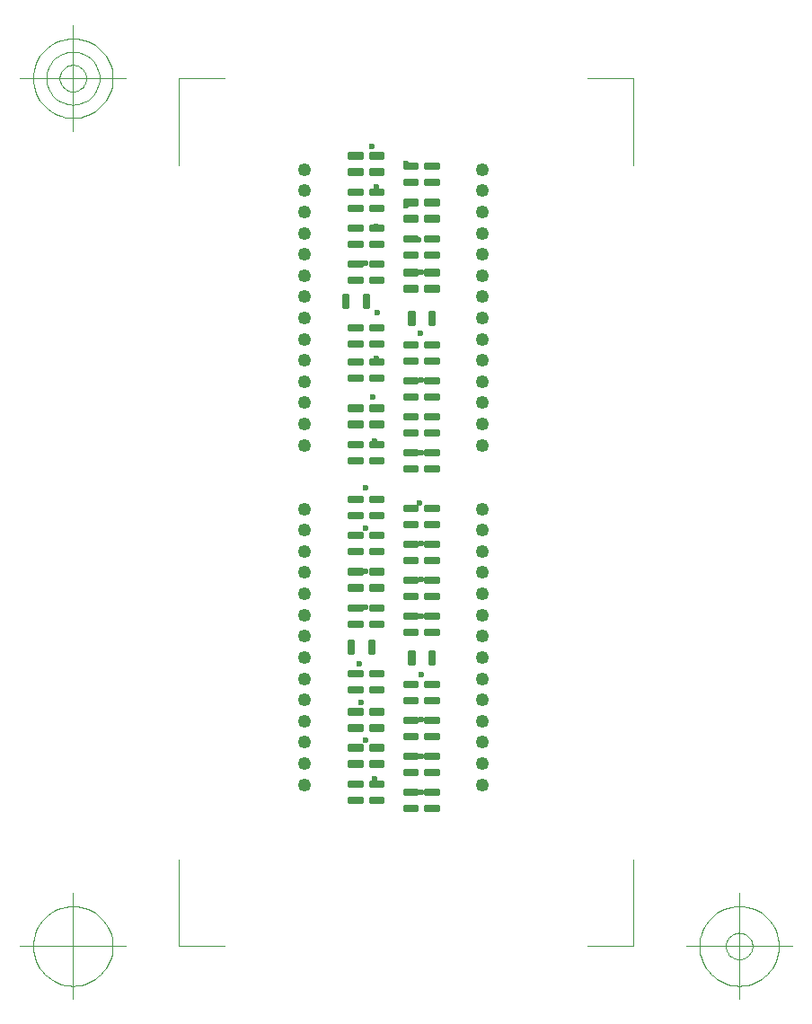
<source format=gbr>
G04 Generated by Ultiboard *
%FSLAX25Y25*%
%MOMM*%

%ADD10C,0.10000*%
%ADD11C,0.60000*%
%ADD12R,1.05867X0.27534*%
%ADD13C,0.42316*%
%ADD14C,1.25000*%
%ADD15R,0.27534X1.05867*%


%LNSolder Mask Top*%
%LPD*%
%FSLAX25Y25*%
%MOMM*%
G54D10*
X-880000Y-880000D02*
X-880000Y-62000D01*
X-880000Y-880000D02*
X-452000Y-880000D01*
X3400000Y-880000D02*
X2972000Y-880000D01*
X3400000Y-880000D02*
X3400000Y-62000D01*
X3400000Y7300000D02*
X3400000Y6482000D01*
X3400000Y7300000D02*
X2972000Y7300000D01*
X-880000Y7300000D02*
X-452000Y7300000D01*
X-880000Y7300000D02*
X-880000Y6482000D01*
X-1380000Y-880000D02*
X-2380000Y-880000D01*
X-1880000Y-1380000D02*
X-1880000Y-380000D01*
X-1505000Y-880000D02*
X-1506806Y-843244D01*
X-1506806Y-843244D02*
X-1512206Y-806841D01*
X-1512206Y-806841D02*
X-1521147Y-771143D01*
X-1521147Y-771143D02*
X-1533545Y-736494D01*
X-1533545Y-736494D02*
X-1549280Y-703226D01*
X-1549280Y-703226D02*
X-1568199Y-671661D01*
X-1568199Y-671661D02*
X-1590121Y-642103D01*
X-1590121Y-642103D02*
X-1614835Y-614835D01*
X-1614835Y-614835D02*
X-1642103Y-590121D01*
X-1642103Y-590121D02*
X-1671661Y-568199D01*
X-1671661Y-568199D02*
X-1703226Y-549280D01*
X-1703226Y-549280D02*
X-1736494Y-533545D01*
X-1736494Y-533545D02*
X-1771143Y-521147D01*
X-1771143Y-521147D02*
X-1806841Y-512206D01*
X-1806841Y-512206D02*
X-1843244Y-506806D01*
X-1843244Y-506806D02*
X-1880000Y-505000D01*
X-1880000Y-505000D02*
X-1916756Y-506806D01*
X-1916756Y-506806D02*
X-1953159Y-512206D01*
X-1953159Y-512206D02*
X-1988857Y-521147D01*
X-1988857Y-521147D02*
X-2023506Y-533545D01*
X-2023506Y-533545D02*
X-2056774Y-549280D01*
X-2056774Y-549280D02*
X-2088339Y-568199D01*
X-2088339Y-568199D02*
X-2117897Y-590121D01*
X-2117897Y-590121D02*
X-2145165Y-614835D01*
X-2145165Y-614835D02*
X-2169879Y-642103D01*
X-2169879Y-642103D02*
X-2191801Y-671661D01*
X-2191801Y-671661D02*
X-2210720Y-703226D01*
X-2210720Y-703226D02*
X-2226455Y-736494D01*
X-2226455Y-736494D02*
X-2238853Y-771143D01*
X-2238853Y-771143D02*
X-2247794Y-806841D01*
X-2247794Y-806841D02*
X-2253194Y-843244D01*
X-2253194Y-843244D02*
X-2255000Y-880000D01*
X-2255000Y-880000D02*
X-2253194Y-916756D01*
X-2253194Y-916756D02*
X-2247794Y-953159D01*
X-2247794Y-953159D02*
X-2238853Y-988857D01*
X-2238853Y-988857D02*
X-2226455Y-1023506D01*
X-2226455Y-1023506D02*
X-2210720Y-1056774D01*
X-2210720Y-1056774D02*
X-2191801Y-1088339D01*
X-2191801Y-1088339D02*
X-2169879Y-1117897D01*
X-2169879Y-1117897D02*
X-2145165Y-1145165D01*
X-2145165Y-1145165D02*
X-2117897Y-1169879D01*
X-2117897Y-1169879D02*
X-2088339Y-1191801D01*
X-2088339Y-1191801D02*
X-2056774Y-1210720D01*
X-2056774Y-1210720D02*
X-2023506Y-1226455D01*
X-2023506Y-1226455D02*
X-1988857Y-1238853D01*
X-1988857Y-1238853D02*
X-1953159Y-1247794D01*
X-1953159Y-1247794D02*
X-1916756Y-1253194D01*
X-1916756Y-1253194D02*
X-1880000Y-1255000D01*
X-1880000Y-1255000D02*
X-1843244Y-1253194D01*
X-1843244Y-1253194D02*
X-1806841Y-1247794D01*
X-1806841Y-1247794D02*
X-1771143Y-1238853D01*
X-1771143Y-1238853D02*
X-1736494Y-1226455D01*
X-1736494Y-1226455D02*
X-1703226Y-1210720D01*
X-1703226Y-1210720D02*
X-1671661Y-1191801D01*
X-1671661Y-1191801D02*
X-1642103Y-1169879D01*
X-1642103Y-1169879D02*
X-1614835Y-1145165D01*
X-1614835Y-1145165D02*
X-1590121Y-1117897D01*
X-1590121Y-1117897D02*
X-1568199Y-1088339D01*
X-1568199Y-1088339D02*
X-1549280Y-1056774D01*
X-1549280Y-1056774D02*
X-1533545Y-1023506D01*
X-1533545Y-1023506D02*
X-1521147Y-988857D01*
X-1521147Y-988857D02*
X-1512206Y-953159D01*
X-1512206Y-953159D02*
X-1506806Y-916756D01*
X-1506806Y-916756D02*
X-1505000Y-880000D01*
X3900000Y-880000D02*
X4900000Y-880000D01*
X4400000Y-1380000D02*
X4400000Y-380000D01*
X4775000Y-880000D02*
X4773194Y-843244D01*
X4773194Y-843244D02*
X4767795Y-806841D01*
X4767795Y-806841D02*
X4758853Y-771143D01*
X4758853Y-771143D02*
X4746455Y-736494D01*
X4746455Y-736494D02*
X4730721Y-703226D01*
X4730721Y-703226D02*
X4711801Y-671661D01*
X4711801Y-671661D02*
X4689879Y-642103D01*
X4689879Y-642103D02*
X4665165Y-614835D01*
X4665165Y-614835D02*
X4637898Y-590121D01*
X4637898Y-590121D02*
X4608339Y-568199D01*
X4608339Y-568199D02*
X4576774Y-549280D01*
X4576774Y-549280D02*
X4543506Y-533545D01*
X4543506Y-533545D02*
X4508857Y-521147D01*
X4508857Y-521147D02*
X4473159Y-512206D01*
X4473159Y-512206D02*
X4436757Y-506806D01*
X4436757Y-506806D02*
X4400000Y-505000D01*
X4400000Y-505000D02*
X4363244Y-506806D01*
X4363244Y-506806D02*
X4326841Y-512206D01*
X4326841Y-512206D02*
X4291143Y-521147D01*
X4291143Y-521147D02*
X4256494Y-533545D01*
X4256494Y-533545D02*
X4223226Y-549280D01*
X4223226Y-549280D02*
X4191661Y-568199D01*
X4191661Y-568199D02*
X4162103Y-590121D01*
X4162103Y-590121D02*
X4134835Y-614835D01*
X4134835Y-614835D02*
X4110121Y-642103D01*
X4110121Y-642103D02*
X4088199Y-671661D01*
X4088199Y-671661D02*
X4069280Y-703226D01*
X4069280Y-703226D02*
X4053545Y-736494D01*
X4053545Y-736494D02*
X4041148Y-771143D01*
X4041148Y-771143D02*
X4032206Y-806841D01*
X4032206Y-806841D02*
X4026806Y-843244D01*
X4026806Y-843244D02*
X4025000Y-880000D01*
X4025000Y-880000D02*
X4026806Y-916756D01*
X4026806Y-916756D02*
X4032206Y-953159D01*
X4032206Y-953159D02*
X4041148Y-988857D01*
X4041148Y-988857D02*
X4053545Y-1023506D01*
X4053545Y-1023506D02*
X4069280Y-1056774D01*
X4069280Y-1056774D02*
X4088199Y-1088339D01*
X4088199Y-1088339D02*
X4110121Y-1117897D01*
X4110121Y-1117897D02*
X4134835Y-1145165D01*
X4134835Y-1145165D02*
X4162103Y-1169879D01*
X4162103Y-1169879D02*
X4191661Y-1191801D01*
X4191661Y-1191801D02*
X4223226Y-1210720D01*
X4223226Y-1210720D02*
X4256494Y-1226455D01*
X4256494Y-1226455D02*
X4291143Y-1238853D01*
X4291143Y-1238853D02*
X4326841Y-1247794D01*
X4326841Y-1247794D02*
X4363244Y-1253194D01*
X4363244Y-1253194D02*
X4400000Y-1255000D01*
X4400000Y-1255000D02*
X4436757Y-1253194D01*
X4436757Y-1253194D02*
X4473159Y-1247794D01*
X4473159Y-1247794D02*
X4508857Y-1238853D01*
X4508857Y-1238853D02*
X4543506Y-1226455D01*
X4543506Y-1226455D02*
X4576774Y-1210720D01*
X4576774Y-1210720D02*
X4608339Y-1191801D01*
X4608339Y-1191801D02*
X4637898Y-1169879D01*
X4637898Y-1169879D02*
X4665165Y-1145165D01*
X4665165Y-1145165D02*
X4689879Y-1117897D01*
X4689879Y-1117897D02*
X4711801Y-1088339D01*
X4711801Y-1088339D02*
X4730721Y-1056774D01*
X4730721Y-1056774D02*
X4746455Y-1023506D01*
X4746455Y-1023506D02*
X4758853Y-988857D01*
X4758853Y-988857D02*
X4767795Y-953159D01*
X4767795Y-953159D02*
X4773194Y-916756D01*
X4773194Y-916756D02*
X4775000Y-880000D01*
X4525000Y-880000D02*
X4524398Y-867748D01*
X4524398Y-867748D02*
X4522598Y-855614D01*
X4522598Y-855614D02*
X4519618Y-843715D01*
X4519618Y-843715D02*
X4515485Y-832165D01*
X4515485Y-832165D02*
X4510240Y-821076D01*
X4510240Y-821076D02*
X4503934Y-810554D01*
X4503934Y-810554D02*
X4496626Y-800701D01*
X4496626Y-800701D02*
X4488388Y-791612D01*
X4488388Y-791612D02*
X4479299Y-783374D01*
X4479299Y-783374D02*
X4469446Y-776066D01*
X4469446Y-776066D02*
X4458925Y-769760D01*
X4458925Y-769760D02*
X4447836Y-764515D01*
X4447836Y-764515D02*
X4436286Y-760383D01*
X4436286Y-760383D02*
X4424386Y-757402D01*
X4424386Y-757402D02*
X4412252Y-755602D01*
X4412252Y-755602D02*
X4400000Y-755000D01*
X4400000Y-755000D02*
X4387748Y-755602D01*
X4387748Y-755602D02*
X4375614Y-757402D01*
X4375614Y-757402D02*
X4363715Y-760383D01*
X4363715Y-760383D02*
X4352165Y-764515D01*
X4352165Y-764515D02*
X4341076Y-769760D01*
X4341076Y-769760D02*
X4330554Y-776066D01*
X4330554Y-776066D02*
X4320701Y-783374D01*
X4320701Y-783374D02*
X4311612Y-791612D01*
X4311612Y-791612D02*
X4303374Y-800701D01*
X4303374Y-800701D02*
X4296066Y-810554D01*
X4296066Y-810554D02*
X4289760Y-821076D01*
X4289760Y-821076D02*
X4284515Y-832165D01*
X4284515Y-832165D02*
X4280383Y-843715D01*
X4280383Y-843715D02*
X4277402Y-855614D01*
X4277402Y-855614D02*
X4275602Y-867748D01*
X4275602Y-867748D02*
X4275000Y-880000D01*
X4275000Y-880000D02*
X4275602Y-892252D01*
X4275602Y-892252D02*
X4277402Y-904386D01*
X4277402Y-904386D02*
X4280383Y-916286D01*
X4280383Y-916286D02*
X4284515Y-927835D01*
X4284515Y-927835D02*
X4289760Y-938925D01*
X4289760Y-938925D02*
X4296066Y-949446D01*
X4296066Y-949446D02*
X4303374Y-959299D01*
X4303374Y-959299D02*
X4311612Y-968388D01*
X4311612Y-968388D02*
X4320701Y-976626D01*
X4320701Y-976626D02*
X4330554Y-983934D01*
X4330554Y-983934D02*
X4341076Y-990240D01*
X4341076Y-990240D02*
X4352165Y-995485D01*
X4352165Y-995485D02*
X4363715Y-999618D01*
X4363715Y-999618D02*
X4375614Y-1002598D01*
X4375614Y-1002598D02*
X4387748Y-1004398D01*
X4387748Y-1004398D02*
X4400000Y-1005000D01*
X4400000Y-1005000D02*
X4412252Y-1004398D01*
X4412252Y-1004398D02*
X4424386Y-1002598D01*
X4424386Y-1002598D02*
X4436286Y-999618D01*
X4436286Y-999618D02*
X4447836Y-995485D01*
X4447836Y-995485D02*
X4458925Y-990240D01*
X4458925Y-990240D02*
X4469446Y-983934D01*
X4469446Y-983934D02*
X4479299Y-976626D01*
X4479299Y-976626D02*
X4488388Y-968388D01*
X4488388Y-968388D02*
X4496626Y-959299D01*
X4496626Y-959299D02*
X4503934Y-949446D01*
X4503934Y-949446D02*
X4510240Y-938925D01*
X4510240Y-938925D02*
X4515485Y-927835D01*
X4515485Y-927835D02*
X4519618Y-916286D01*
X4519618Y-916286D02*
X4522598Y-904386D01*
X4522598Y-904386D02*
X4524398Y-892252D01*
X4524398Y-892252D02*
X4525000Y-880000D01*
X-1380000Y7300000D02*
X-2380000Y7300000D01*
X-1880000Y6800000D02*
X-1880000Y7800000D01*
X-1505000Y7300000D02*
X-1506806Y7336757D01*
X-1506806Y7336757D02*
X-1512206Y7373159D01*
X-1512206Y7373159D02*
X-1521147Y7408857D01*
X-1521147Y7408857D02*
X-1533545Y7443506D01*
X-1533545Y7443506D02*
X-1549280Y7476774D01*
X-1549280Y7476774D02*
X-1568199Y7508339D01*
X-1568199Y7508339D02*
X-1590121Y7537898D01*
X-1590121Y7537898D02*
X-1614835Y7565165D01*
X-1614835Y7565165D02*
X-1642103Y7589879D01*
X-1642103Y7589879D02*
X-1671661Y7611801D01*
X-1671661Y7611801D02*
X-1703226Y7630721D01*
X-1703226Y7630721D02*
X-1736494Y7646455D01*
X-1736494Y7646455D02*
X-1771143Y7658853D01*
X-1771143Y7658853D02*
X-1806841Y7667795D01*
X-1806841Y7667795D02*
X-1843244Y7673194D01*
X-1843244Y7673194D02*
X-1880000Y7675000D01*
X-1880000Y7675000D02*
X-1916756Y7673194D01*
X-1916756Y7673194D02*
X-1953159Y7667795D01*
X-1953159Y7667795D02*
X-1988857Y7658853D01*
X-1988857Y7658853D02*
X-2023506Y7646455D01*
X-2023506Y7646455D02*
X-2056774Y7630721D01*
X-2056774Y7630721D02*
X-2088339Y7611801D01*
X-2088339Y7611801D02*
X-2117897Y7589879D01*
X-2117897Y7589879D02*
X-2145165Y7565165D01*
X-2145165Y7565165D02*
X-2169879Y7537898D01*
X-2169879Y7537898D02*
X-2191801Y7508339D01*
X-2191801Y7508339D02*
X-2210720Y7476774D01*
X-2210720Y7476774D02*
X-2226455Y7443506D01*
X-2226455Y7443506D02*
X-2238853Y7408857D01*
X-2238853Y7408857D02*
X-2247794Y7373159D01*
X-2247794Y7373159D02*
X-2253194Y7336757D01*
X-2253194Y7336757D02*
X-2255000Y7300000D01*
X-2255000Y7300000D02*
X-2253194Y7263244D01*
X-2253194Y7263244D02*
X-2247794Y7226841D01*
X-2247794Y7226841D02*
X-2238853Y7191143D01*
X-2238853Y7191143D02*
X-2226455Y7156494D01*
X-2226455Y7156494D02*
X-2210720Y7123226D01*
X-2210720Y7123226D02*
X-2191801Y7091661D01*
X-2191801Y7091661D02*
X-2169879Y7062103D01*
X-2169879Y7062103D02*
X-2145165Y7034835D01*
X-2145165Y7034835D02*
X-2117897Y7010121D01*
X-2117897Y7010121D02*
X-2088339Y6988199D01*
X-2088339Y6988199D02*
X-2056774Y6969280D01*
X-2056774Y6969280D02*
X-2023506Y6953545D01*
X-2023506Y6953545D02*
X-1988857Y6941148D01*
X-1988857Y6941148D02*
X-1953159Y6932206D01*
X-1953159Y6932206D02*
X-1916756Y6926806D01*
X-1916756Y6926806D02*
X-1880000Y6925000D01*
X-1880000Y6925000D02*
X-1843244Y6926806D01*
X-1843244Y6926806D02*
X-1806841Y6932206D01*
X-1806841Y6932206D02*
X-1771143Y6941148D01*
X-1771143Y6941148D02*
X-1736494Y6953545D01*
X-1736494Y6953545D02*
X-1703226Y6969280D01*
X-1703226Y6969280D02*
X-1671661Y6988199D01*
X-1671661Y6988199D02*
X-1642103Y7010121D01*
X-1642103Y7010121D02*
X-1614835Y7034835D01*
X-1614835Y7034835D02*
X-1590121Y7062103D01*
X-1590121Y7062103D02*
X-1568199Y7091661D01*
X-1568199Y7091661D02*
X-1549280Y7123226D01*
X-1549280Y7123226D02*
X-1533545Y7156494D01*
X-1533545Y7156494D02*
X-1521147Y7191143D01*
X-1521147Y7191143D02*
X-1512206Y7226841D01*
X-1512206Y7226841D02*
X-1506806Y7263244D01*
X-1506806Y7263244D02*
X-1505000Y7300000D01*
X-1630000Y7300000D02*
X-1631204Y7324504D01*
X-1631204Y7324504D02*
X-1634804Y7348773D01*
X-1634804Y7348773D02*
X-1640765Y7372571D01*
X-1640765Y7372571D02*
X-1649030Y7395671D01*
X-1649030Y7395671D02*
X-1659520Y7417849D01*
X-1659520Y7417849D02*
X-1672133Y7438893D01*
X-1672133Y7438893D02*
X-1686747Y7458598D01*
X-1686747Y7458598D02*
X-1703223Y7476777D01*
X-1703223Y7476777D02*
X-1721402Y7493253D01*
X-1721402Y7493253D02*
X-1741108Y7507868D01*
X-1741108Y7507868D02*
X-1762151Y7520480D01*
X-1762151Y7520480D02*
X-1784329Y7530970D01*
X-1784329Y7530970D02*
X-1807429Y7539235D01*
X-1807429Y7539235D02*
X-1831228Y7545196D01*
X-1831228Y7545196D02*
X-1855496Y7548796D01*
X-1855496Y7548796D02*
X-1880000Y7550000D01*
X-1880000Y7550000D02*
X-1904504Y7548796D01*
X-1904504Y7548796D02*
X-1928773Y7545196D01*
X-1928773Y7545196D02*
X-1952571Y7539235D01*
X-1952571Y7539235D02*
X-1975671Y7530970D01*
X-1975671Y7530970D02*
X-1997849Y7520480D01*
X-1997849Y7520480D02*
X-2018893Y7507868D01*
X-2018893Y7507868D02*
X-2038598Y7493253D01*
X-2038598Y7493253D02*
X-2056777Y7476777D01*
X-2056777Y7476777D02*
X-2073253Y7458598D01*
X-2073253Y7458598D02*
X-2087867Y7438893D01*
X-2087867Y7438893D02*
X-2100480Y7417849D01*
X-2100480Y7417849D02*
X-2110970Y7395671D01*
X-2110970Y7395671D02*
X-2119235Y7372571D01*
X-2119235Y7372571D02*
X-2125196Y7348773D01*
X-2125196Y7348773D02*
X-2128796Y7324504D01*
X-2128796Y7324504D02*
X-2130000Y7300000D01*
X-2130000Y7300000D02*
X-2128796Y7275496D01*
X-2128796Y7275496D02*
X-2125196Y7251228D01*
X-2125196Y7251228D02*
X-2119235Y7227429D01*
X-2119235Y7227429D02*
X-2110970Y7204329D01*
X-2110970Y7204329D02*
X-2100480Y7182151D01*
X-2100480Y7182151D02*
X-2087867Y7161108D01*
X-2087867Y7161108D02*
X-2073253Y7141402D01*
X-2073253Y7141402D02*
X-2056777Y7123223D01*
X-2056777Y7123223D02*
X-2038598Y7106748D01*
X-2038598Y7106748D02*
X-2018893Y7092133D01*
X-2018893Y7092133D02*
X-1997849Y7079520D01*
X-1997849Y7079520D02*
X-1975671Y7069030D01*
X-1975671Y7069030D02*
X-1952571Y7060765D01*
X-1952571Y7060765D02*
X-1928773Y7054804D01*
X-1928773Y7054804D02*
X-1904504Y7051204D01*
X-1904504Y7051204D02*
X-1880000Y7050000D01*
X-1880000Y7050000D02*
X-1855496Y7051204D01*
X-1855496Y7051204D02*
X-1831228Y7054804D01*
X-1831228Y7054804D02*
X-1807429Y7060765D01*
X-1807429Y7060765D02*
X-1784329Y7069030D01*
X-1784329Y7069030D02*
X-1762151Y7079520D01*
X-1762151Y7079520D02*
X-1741108Y7092133D01*
X-1741108Y7092133D02*
X-1721402Y7106748D01*
X-1721402Y7106748D02*
X-1703223Y7123223D01*
X-1703223Y7123223D02*
X-1686747Y7141402D01*
X-1686747Y7141402D02*
X-1672133Y7161108D01*
X-1672133Y7161108D02*
X-1659520Y7182151D01*
X-1659520Y7182151D02*
X-1649030Y7204329D01*
X-1649030Y7204329D02*
X-1640765Y7227429D01*
X-1640765Y7227429D02*
X-1634804Y7251228D01*
X-1634804Y7251228D02*
X-1631204Y7275496D01*
X-1631204Y7275496D02*
X-1630000Y7300000D01*
X-1755000Y7300000D02*
X-1755602Y7312252D01*
X-1755602Y7312252D02*
X-1757402Y7324386D01*
X-1757402Y7324386D02*
X-1760383Y7336286D01*
X-1760383Y7336286D02*
X-1764515Y7347836D01*
X-1764515Y7347836D02*
X-1769760Y7358925D01*
X-1769760Y7358925D02*
X-1776066Y7369446D01*
X-1776066Y7369446D02*
X-1783374Y7379299D01*
X-1783374Y7379299D02*
X-1791612Y7388388D01*
X-1791612Y7388388D02*
X-1800701Y7396626D01*
X-1800701Y7396626D02*
X-1810554Y7403934D01*
X-1810554Y7403934D02*
X-1821076Y7410240D01*
X-1821076Y7410240D02*
X-1832165Y7415485D01*
X-1832165Y7415485D02*
X-1843715Y7419618D01*
X-1843715Y7419618D02*
X-1855614Y7422598D01*
X-1855614Y7422598D02*
X-1867748Y7424398D01*
X-1867748Y7424398D02*
X-1880000Y7425000D01*
X-1880000Y7425000D02*
X-1892252Y7424398D01*
X-1892252Y7424398D02*
X-1904386Y7422598D01*
X-1904386Y7422598D02*
X-1916286Y7419618D01*
X-1916286Y7419618D02*
X-1927835Y7415485D01*
X-1927835Y7415485D02*
X-1938925Y7410240D01*
X-1938925Y7410240D02*
X-1949446Y7403934D01*
X-1949446Y7403934D02*
X-1959299Y7396626D01*
X-1959299Y7396626D02*
X-1968388Y7388388D01*
X-1968388Y7388388D02*
X-1976626Y7379299D01*
X-1976626Y7379299D02*
X-1983934Y7369446D01*
X-1983934Y7369446D02*
X-1990240Y7358925D01*
X-1990240Y7358925D02*
X-1995485Y7347836D01*
X-1995485Y7347836D02*
X-1999618Y7336286D01*
X-1999618Y7336286D02*
X-2002598Y7324386D01*
X-2002598Y7324386D02*
X-2004398Y7312252D01*
X-2004398Y7312252D02*
X-2005000Y7300000D01*
X-2005000Y7300000D02*
X-2004398Y7287748D01*
X-2004398Y7287748D02*
X-2002598Y7275614D01*
X-2002598Y7275614D02*
X-1999618Y7263715D01*
X-1999618Y7263715D02*
X-1995485Y7252165D01*
X-1995485Y7252165D02*
X-1990240Y7241076D01*
X-1990240Y7241076D02*
X-1983934Y7230554D01*
X-1983934Y7230554D02*
X-1976626Y7220701D01*
X-1976626Y7220701D02*
X-1968388Y7211612D01*
X-1968388Y7211612D02*
X-1959299Y7203374D01*
X-1959299Y7203374D02*
X-1949446Y7196066D01*
X-1949446Y7196066D02*
X-1938925Y7189760D01*
X-1938925Y7189760D02*
X-1927835Y7184515D01*
X-1927835Y7184515D02*
X-1916286Y7180383D01*
X-1916286Y7180383D02*
X-1904386Y7177402D01*
X-1904386Y7177402D02*
X-1892252Y7175602D01*
X-1892252Y7175602D02*
X-1880000Y7175000D01*
X-1880000Y7175000D02*
X-1867748Y7175602D01*
X-1867748Y7175602D02*
X-1855614Y7177402D01*
X-1855614Y7177402D02*
X-1843715Y7180383D01*
X-1843715Y7180383D02*
X-1832165Y7184515D01*
X-1832165Y7184515D02*
X-1821076Y7189760D01*
X-1821076Y7189760D02*
X-1810554Y7196066D01*
X-1810554Y7196066D02*
X-1800701Y7203374D01*
X-1800701Y7203374D02*
X-1791612Y7211612D01*
X-1791612Y7211612D02*
X-1783374Y7220701D01*
X-1783374Y7220701D02*
X-1776066Y7230554D01*
X-1776066Y7230554D02*
X-1769760Y7241076D01*
X-1769760Y7241076D02*
X-1764515Y7252165D01*
X-1764515Y7252165D02*
X-1760383Y7263715D01*
X-1760383Y7263715D02*
X-1757402Y7275614D01*
X-1757402Y7275614D02*
X-1755602Y7287748D01*
X-1755602Y7287748D02*
X-1755000Y7300000D01*
G54D11*
X840000Y1420000D03*
X960000Y700000D03*
X1400000Y572400D03*
X880000Y1060000D03*
X1400000Y912400D03*
X1400000Y1252400D03*
X820000Y1780000D03*
X880000Y2312400D03*
X1400000Y1680000D03*
X1400000Y2232400D03*
X880000Y2652400D03*
X880000Y3060000D03*
X1400000Y2572400D03*
X1400000Y2912400D03*
X880000Y3440000D03*
X960000Y3880000D03*
X1385000Y3295000D03*
X1400000Y3772400D03*
X945000Y4295000D03*
X980000Y4660000D03*
X1300000Y4112400D03*
X1400000Y4452400D03*
X880000Y5552400D03*
X985000Y5095000D03*
X1395000Y4895000D03*
X1400000Y5472400D03*
X980000Y5900000D03*
X980000Y6280000D03*
X1380000Y5780000D03*
X1260000Y6100000D03*
X940000Y6660000D03*
X1260000Y6500000D03*
G54D12*
X780000Y6420000D03*
X780000Y6572400D03*
X980000Y6420000D03*
X980000Y6572400D03*
X1300000Y6320000D03*
X1300000Y6472400D03*
X1500000Y6320000D03*
X1500000Y6472400D03*
X980000Y3180000D03*
X980000Y3332400D03*
X780000Y3180000D03*
X780000Y3332400D03*
X1300000Y3252400D03*
X1300000Y3100000D03*
X1500000Y3252400D03*
X1500000Y3100000D03*
X980000Y1540000D03*
X980000Y1692400D03*
X780000Y1540000D03*
X780000Y1692400D03*
X1300000Y1592400D03*
X1300000Y1440000D03*
X1500000Y1592400D03*
X1500000Y1440000D03*
X780000Y992400D03*
X780000Y840000D03*
X780000Y652400D03*
X780000Y500000D03*
X780000Y1180000D03*
X780000Y1332400D03*
X980000Y840000D03*
X980000Y992400D03*
X1300000Y760000D03*
X1300000Y912400D03*
X1500000Y760000D03*
X1500000Y912400D03*
X980000Y500000D03*
X980000Y652400D03*
X1300000Y420000D03*
X1300000Y572400D03*
X1500000Y420000D03*
X1500000Y572400D03*
X980000Y1180000D03*
X980000Y1332400D03*
X1500000Y1252400D03*
X1500000Y1100000D03*
X1300000Y1252400D03*
X1300000Y1100000D03*
X780000Y2652400D03*
X780000Y2500000D03*
X780000Y2160000D03*
X780000Y2312400D03*
X780000Y2992400D03*
X780000Y2840000D03*
X1500000Y2420000D03*
X1500000Y2572400D03*
X1300000Y2420000D03*
X1300000Y2572400D03*
X980000Y2160000D03*
X980000Y2312400D03*
X1300000Y2080000D03*
X1300000Y2232400D03*
X1500000Y2232400D03*
X1500000Y2080000D03*
X980000Y2840000D03*
X980000Y2992400D03*
X980000Y2500000D03*
X980000Y2652400D03*
X1300000Y2760000D03*
X1300000Y2912400D03*
X1500000Y2760000D03*
X1500000Y2912400D03*
X980000Y4800000D03*
X980000Y4952400D03*
X780000Y4800000D03*
X780000Y4952400D03*
X1300000Y4792400D03*
X1300000Y4640000D03*
X1500000Y4792400D03*
X1500000Y4640000D03*
X780000Y4192400D03*
X780000Y4040000D03*
X780000Y3852400D03*
X780000Y3700000D03*
X780000Y4632400D03*
X780000Y4480000D03*
X980000Y4040000D03*
X980000Y4192400D03*
X1300000Y3960000D03*
X1300000Y4112400D03*
X1500000Y3960000D03*
X1500000Y4112400D03*
X980000Y3700000D03*
X980000Y3852400D03*
X1300000Y3620000D03*
X1300000Y3772400D03*
X1500000Y3620000D03*
X1500000Y3772400D03*
X980000Y4480000D03*
X980000Y4632400D03*
X1500000Y4452400D03*
X1500000Y4300000D03*
X1300000Y4452400D03*
X1300000Y4300000D03*
X780000Y5892400D03*
X780000Y5740000D03*
X780000Y5400000D03*
X780000Y5552400D03*
X780000Y6232400D03*
X780000Y6080000D03*
X980000Y5552400D03*
X980000Y5400000D03*
X1300000Y5640000D03*
X1300000Y5792400D03*
X1500000Y5640000D03*
X1500000Y5792400D03*
X1300000Y5320000D03*
X1300000Y5472400D03*
X1500000Y5472400D03*
X1500000Y5320000D03*
X980000Y6080000D03*
X980000Y6232400D03*
X980000Y5740000D03*
X980000Y5892400D03*
X1300000Y5980000D03*
X1300000Y6132400D03*
X1500000Y5980000D03*
X1500000Y6132400D03*
G54D13*
X727067Y6406233D02*
X832933Y6406233D01*
X832933Y6433767D01*
X727067Y6433767D01*
X727067Y6406233D01*D02*
X727067Y6558633D02*
X832933Y6558633D01*
X832933Y6586167D01*
X727067Y6586167D01*
X727067Y6558633D01*D02*
X927067Y6406233D02*
X1032933Y6406233D01*
X1032933Y6433767D01*
X927067Y6433767D01*
X927067Y6406233D01*D02*
X927067Y6558633D02*
X1032933Y6558633D01*
X1032933Y6586167D01*
X927067Y6586167D01*
X927067Y6558633D01*D02*
X1247067Y6306233D02*
X1352933Y6306233D01*
X1352933Y6333767D01*
X1247067Y6333767D01*
X1247067Y6306233D01*D02*
X1247067Y6458633D02*
X1352933Y6458633D01*
X1352933Y6486167D01*
X1247067Y6486167D01*
X1247067Y6458633D01*D02*
X1447067Y6306233D02*
X1552933Y6306233D01*
X1552933Y6333767D01*
X1447067Y6333767D01*
X1447067Y6306233D01*D02*
X1447067Y6458633D02*
X1552933Y6458633D01*
X1552933Y6486167D01*
X1447067Y6486167D01*
X1447067Y6458633D01*D02*
X927067Y3166233D02*
X1032933Y3166233D01*
X1032933Y3193767D01*
X927067Y3193767D01*
X927067Y3166233D01*D02*
X927067Y3318633D02*
X1032933Y3318633D01*
X1032933Y3346167D01*
X927067Y3346167D01*
X927067Y3318633D01*D02*
X727067Y3166233D02*
X832933Y3166233D01*
X832933Y3193767D01*
X727067Y3193767D01*
X727067Y3166233D01*D02*
X727067Y3318633D02*
X832933Y3318633D01*
X832933Y3346167D01*
X727067Y3346167D01*
X727067Y3318633D01*D02*
X1247067Y3238633D02*
X1352933Y3238633D01*
X1352933Y3266167D01*
X1247067Y3266167D01*
X1247067Y3238633D01*D02*
X1247067Y3086233D02*
X1352933Y3086233D01*
X1352933Y3113767D01*
X1247067Y3113767D01*
X1247067Y3086233D01*D02*
X1447067Y3238633D02*
X1552933Y3238633D01*
X1552933Y3266167D01*
X1447067Y3266167D01*
X1447067Y3238633D01*D02*
X1447067Y3086233D02*
X1552933Y3086233D01*
X1552933Y3113767D01*
X1447067Y3113767D01*
X1447067Y3086233D01*D02*
X927067Y1526233D02*
X1032933Y1526233D01*
X1032933Y1553767D01*
X927067Y1553767D01*
X927067Y1526233D01*D02*
X927067Y1678633D02*
X1032933Y1678633D01*
X1032933Y1706167D01*
X927067Y1706167D01*
X927067Y1678633D01*D02*
X727067Y1526233D02*
X832933Y1526233D01*
X832933Y1553767D01*
X727067Y1553767D01*
X727067Y1526233D01*D02*
X727067Y1678633D02*
X832933Y1678633D01*
X832933Y1706167D01*
X727067Y1706167D01*
X727067Y1678633D01*D02*
X1247067Y1578633D02*
X1352933Y1578633D01*
X1352933Y1606167D01*
X1247067Y1606167D01*
X1247067Y1578633D01*D02*
X1247067Y1426233D02*
X1352933Y1426233D01*
X1352933Y1453767D01*
X1247067Y1453767D01*
X1247067Y1426233D01*D02*
X1447067Y1578633D02*
X1552933Y1578633D01*
X1552933Y1606167D01*
X1447067Y1606167D01*
X1447067Y1578633D01*D02*
X1447067Y1426233D02*
X1552933Y1426233D01*
X1552933Y1453767D01*
X1447067Y1453767D01*
X1447067Y1426233D01*D02*
X727067Y978633D02*
X832933Y978633D01*
X832933Y1006167D01*
X727067Y1006167D01*
X727067Y978633D01*D02*
X727067Y826233D02*
X832933Y826233D01*
X832933Y853767D01*
X727067Y853767D01*
X727067Y826233D01*D02*
X727067Y638633D02*
X832933Y638633D01*
X832933Y666167D01*
X727067Y666167D01*
X727067Y638633D01*D02*
X727067Y486233D02*
X832933Y486233D01*
X832933Y513767D01*
X727067Y513767D01*
X727067Y486233D01*D02*
X727067Y1166233D02*
X832933Y1166233D01*
X832933Y1193767D01*
X727067Y1193767D01*
X727067Y1166233D01*D02*
X727067Y1318633D02*
X832933Y1318633D01*
X832933Y1346167D01*
X727067Y1346167D01*
X727067Y1318633D01*D02*
X927067Y826233D02*
X1032933Y826233D01*
X1032933Y853767D01*
X927067Y853767D01*
X927067Y826233D01*D02*
X927067Y978633D02*
X1032933Y978633D01*
X1032933Y1006167D01*
X927067Y1006167D01*
X927067Y978633D01*D02*
X1247067Y746233D02*
X1352933Y746233D01*
X1352933Y773767D01*
X1247067Y773767D01*
X1247067Y746233D01*D02*
X1247067Y898633D02*
X1352933Y898633D01*
X1352933Y926167D01*
X1247067Y926167D01*
X1247067Y898633D01*D02*
X1447067Y746233D02*
X1552933Y746233D01*
X1552933Y773767D01*
X1447067Y773767D01*
X1447067Y746233D01*D02*
X1447067Y898633D02*
X1552933Y898633D01*
X1552933Y926167D01*
X1447067Y926167D01*
X1447067Y898633D01*D02*
X927067Y486233D02*
X1032933Y486233D01*
X1032933Y513767D01*
X927067Y513767D01*
X927067Y486233D01*D02*
X927067Y638633D02*
X1032933Y638633D01*
X1032933Y666167D01*
X927067Y666167D01*
X927067Y638633D01*D02*
X1247067Y406233D02*
X1352933Y406233D01*
X1352933Y433767D01*
X1247067Y433767D01*
X1247067Y406233D01*D02*
X1247067Y558633D02*
X1352933Y558633D01*
X1352933Y586167D01*
X1247067Y586167D01*
X1247067Y558633D01*D02*
X1447067Y406233D02*
X1552933Y406233D01*
X1552933Y433767D01*
X1447067Y433767D01*
X1447067Y406233D01*D02*
X1447067Y558633D02*
X1552933Y558633D01*
X1552933Y586167D01*
X1447067Y586167D01*
X1447067Y558633D01*D02*
X927067Y1166233D02*
X1032933Y1166233D01*
X1032933Y1193767D01*
X927067Y1193767D01*
X927067Y1166233D01*D02*
X927067Y1318633D02*
X1032933Y1318633D01*
X1032933Y1346167D01*
X927067Y1346167D01*
X927067Y1318633D01*D02*
X1447067Y1238633D02*
X1552933Y1238633D01*
X1552933Y1266167D01*
X1447067Y1266167D01*
X1447067Y1238633D01*D02*
X1447067Y1086233D02*
X1552933Y1086233D01*
X1552933Y1113767D01*
X1447067Y1113767D01*
X1447067Y1086233D01*D02*
X1247067Y1238633D02*
X1352933Y1238633D01*
X1352933Y1266167D01*
X1247067Y1266167D01*
X1247067Y1238633D01*D02*
X1247067Y1086233D02*
X1352933Y1086233D01*
X1352933Y1113767D01*
X1247067Y1113767D01*
X1247067Y1086233D01*D02*
X726233Y1887067D02*
X753767Y1887067D01*
X753767Y1992933D01*
X726233Y1992933D01*
X726233Y1887067D01*D02*
X916733Y1887067D02*
X944267Y1887067D01*
X944267Y1992933D01*
X916733Y1992933D01*
X916733Y1887067D01*D02*
X727067Y2638633D02*
X832933Y2638633D01*
X832933Y2666167D01*
X727067Y2666167D01*
X727067Y2638633D01*D02*
X727067Y2486233D02*
X832933Y2486233D01*
X832933Y2513767D01*
X727067Y2513767D01*
X727067Y2486233D01*D02*
X727067Y2146233D02*
X832933Y2146233D01*
X832933Y2173767D01*
X727067Y2173767D01*
X727067Y2146233D01*D02*
X727067Y2298633D02*
X832933Y2298633D01*
X832933Y2326167D01*
X727067Y2326167D01*
X727067Y2298633D01*D02*
X727067Y2978633D02*
X832933Y2978633D01*
X832933Y3006167D01*
X727067Y3006167D01*
X727067Y2978633D01*D02*
X727067Y2826233D02*
X832933Y2826233D01*
X832933Y2853767D01*
X727067Y2853767D01*
X727067Y2826233D01*D02*
X1447067Y2406233D02*
X1552933Y2406233D01*
X1552933Y2433767D01*
X1447067Y2433767D01*
X1447067Y2406233D01*D02*
X1447067Y2558633D02*
X1552933Y2558633D01*
X1552933Y2586167D01*
X1447067Y2586167D01*
X1447067Y2558633D01*D02*
X1247067Y2406233D02*
X1352933Y2406233D01*
X1352933Y2433767D01*
X1247067Y2433767D01*
X1247067Y2406233D01*D02*
X1247067Y2558633D02*
X1352933Y2558633D01*
X1352933Y2586167D01*
X1247067Y2586167D01*
X1247067Y2558633D01*D02*
X927067Y2146233D02*
X1032933Y2146233D01*
X1032933Y2173767D01*
X927067Y2173767D01*
X927067Y2146233D01*D02*
X927067Y2298633D02*
X1032933Y2298633D01*
X1032933Y2326167D01*
X927067Y2326167D01*
X927067Y2298633D01*D02*
X1486233Y1787067D02*
X1513767Y1787067D01*
X1513767Y1892933D01*
X1486233Y1892933D01*
X1486233Y1787067D01*D02*
X1295733Y1787067D02*
X1323267Y1787067D01*
X1323267Y1892933D01*
X1295733Y1892933D01*
X1295733Y1787067D01*D02*
X1247067Y2066233D02*
X1352933Y2066233D01*
X1352933Y2093767D01*
X1247067Y2093767D01*
X1247067Y2066233D01*D02*
X1247067Y2218633D02*
X1352933Y2218633D01*
X1352933Y2246167D01*
X1247067Y2246167D01*
X1247067Y2218633D01*D02*
X1447067Y2218633D02*
X1552933Y2218633D01*
X1552933Y2246167D01*
X1447067Y2246167D01*
X1447067Y2218633D01*D02*
X1447067Y2066233D02*
X1552933Y2066233D01*
X1552933Y2093767D01*
X1447067Y2093767D01*
X1447067Y2066233D01*D02*
X927067Y2826233D02*
X1032933Y2826233D01*
X1032933Y2853767D01*
X927067Y2853767D01*
X927067Y2826233D01*D02*
X927067Y2978633D02*
X1032933Y2978633D01*
X1032933Y3006167D01*
X927067Y3006167D01*
X927067Y2978633D01*D02*
X927067Y2486233D02*
X1032933Y2486233D01*
X1032933Y2513767D01*
X927067Y2513767D01*
X927067Y2486233D01*D02*
X927067Y2638633D02*
X1032933Y2638633D01*
X1032933Y2666167D01*
X927067Y2666167D01*
X927067Y2638633D01*D02*
X1247067Y2746233D02*
X1352933Y2746233D01*
X1352933Y2773767D01*
X1247067Y2773767D01*
X1247067Y2746233D01*D02*
X1247067Y2898633D02*
X1352933Y2898633D01*
X1352933Y2926167D01*
X1247067Y2926167D01*
X1247067Y2898633D01*D02*
X1447067Y2746233D02*
X1552933Y2746233D01*
X1552933Y2773767D01*
X1447067Y2773767D01*
X1447067Y2746233D01*D02*
X1447067Y2898633D02*
X1552933Y2898633D01*
X1552933Y2926167D01*
X1447067Y2926167D01*
X1447067Y2898633D01*D02*
X927067Y4786233D02*
X1032933Y4786233D01*
X1032933Y4813767D01*
X927067Y4813767D01*
X927067Y4786233D01*D02*
X927067Y4938633D02*
X1032933Y4938633D01*
X1032933Y4966167D01*
X927067Y4966167D01*
X927067Y4938633D01*D02*
X727067Y4786233D02*
X832933Y4786233D01*
X832933Y4813767D01*
X727067Y4813767D01*
X727067Y4786233D01*D02*
X727067Y4938633D02*
X832933Y4938633D01*
X832933Y4966167D01*
X727067Y4966167D01*
X727067Y4938633D01*D02*
X1247067Y4778633D02*
X1352933Y4778633D01*
X1352933Y4806167D01*
X1247067Y4806167D01*
X1247067Y4778633D01*D02*
X1247067Y4626233D02*
X1352933Y4626233D01*
X1352933Y4653767D01*
X1247067Y4653767D01*
X1247067Y4626233D01*D02*
X1447067Y4778633D02*
X1552933Y4778633D01*
X1552933Y4806167D01*
X1447067Y4806167D01*
X1447067Y4778633D01*D02*
X1447067Y4626233D02*
X1552933Y4626233D01*
X1552933Y4653767D01*
X1447067Y4653767D01*
X1447067Y4626233D01*D02*
X727067Y4178633D02*
X832933Y4178633D01*
X832933Y4206167D01*
X727067Y4206167D01*
X727067Y4178633D01*D02*
X727067Y4026233D02*
X832933Y4026233D01*
X832933Y4053767D01*
X727067Y4053767D01*
X727067Y4026233D01*D02*
X727067Y3838633D02*
X832933Y3838633D01*
X832933Y3866167D01*
X727067Y3866167D01*
X727067Y3838633D01*D02*
X727067Y3686233D02*
X832933Y3686233D01*
X832933Y3713767D01*
X727067Y3713767D01*
X727067Y3686233D01*D02*
X727067Y4618633D02*
X832933Y4618633D01*
X832933Y4646167D01*
X727067Y4646167D01*
X727067Y4618633D01*D02*
X727067Y4466233D02*
X832933Y4466233D01*
X832933Y4493767D01*
X727067Y4493767D01*
X727067Y4466233D01*D02*
X927067Y4026233D02*
X1032933Y4026233D01*
X1032933Y4053767D01*
X927067Y4053767D01*
X927067Y4026233D01*D02*
X927067Y4178633D02*
X1032933Y4178633D01*
X1032933Y4206167D01*
X927067Y4206167D01*
X927067Y4178633D01*D02*
X1247067Y3946233D02*
X1352933Y3946233D01*
X1352933Y3973767D01*
X1247067Y3973767D01*
X1247067Y3946233D01*D02*
X1247067Y4098633D02*
X1352933Y4098633D01*
X1352933Y4126167D01*
X1247067Y4126167D01*
X1247067Y4098633D01*D02*
X1447067Y3946233D02*
X1552933Y3946233D01*
X1552933Y3973767D01*
X1447067Y3973767D01*
X1447067Y3946233D01*D02*
X1447067Y4098633D02*
X1552933Y4098633D01*
X1552933Y4126167D01*
X1447067Y4126167D01*
X1447067Y4098633D01*D02*
X927067Y3686233D02*
X1032933Y3686233D01*
X1032933Y3713767D01*
X927067Y3713767D01*
X927067Y3686233D01*D02*
X927067Y3838633D02*
X1032933Y3838633D01*
X1032933Y3866167D01*
X927067Y3866167D01*
X927067Y3838633D01*D02*
X1247067Y3606233D02*
X1352933Y3606233D01*
X1352933Y3633767D01*
X1247067Y3633767D01*
X1247067Y3606233D01*D02*
X1247067Y3758633D02*
X1352933Y3758633D01*
X1352933Y3786167D01*
X1247067Y3786167D01*
X1247067Y3758633D01*D02*
X1447067Y3606233D02*
X1552933Y3606233D01*
X1552933Y3633767D01*
X1447067Y3633767D01*
X1447067Y3606233D01*D02*
X1447067Y3758633D02*
X1552933Y3758633D01*
X1552933Y3786167D01*
X1447067Y3786167D01*
X1447067Y3758633D01*D02*
X927067Y4466233D02*
X1032933Y4466233D01*
X1032933Y4493767D01*
X927067Y4493767D01*
X927067Y4466233D01*D02*
X927067Y4618633D02*
X1032933Y4618633D01*
X1032933Y4646167D01*
X927067Y4646167D01*
X927067Y4618633D01*D02*
X1447067Y4438633D02*
X1552933Y4438633D01*
X1552933Y4466167D01*
X1447067Y4466167D01*
X1447067Y4438633D01*D02*
X1447067Y4286233D02*
X1552933Y4286233D01*
X1552933Y4313767D01*
X1447067Y4313767D01*
X1447067Y4286233D01*D02*
X1247067Y4438633D02*
X1352933Y4438633D01*
X1352933Y4466167D01*
X1247067Y4466167D01*
X1247067Y4438633D01*D02*
X1247067Y4286233D02*
X1352933Y4286233D01*
X1352933Y4313767D01*
X1247067Y4313767D01*
X1247067Y4286233D01*D02*
X675733Y5147067D02*
X703267Y5147067D01*
X703267Y5252933D01*
X675733Y5252933D01*
X675733Y5147067D01*D02*
X866233Y5147067D02*
X893767Y5147067D01*
X893767Y5252933D01*
X866233Y5252933D01*
X866233Y5147067D01*D02*
X727067Y5878633D02*
X832933Y5878633D01*
X832933Y5906167D01*
X727067Y5906167D01*
X727067Y5878633D01*D02*
X727067Y5726233D02*
X832933Y5726233D01*
X832933Y5753767D01*
X727067Y5753767D01*
X727067Y5726233D01*D02*
X727067Y5386233D02*
X832933Y5386233D01*
X832933Y5413767D01*
X727067Y5413767D01*
X727067Y5386233D01*D02*
X727067Y5538633D02*
X832933Y5538633D01*
X832933Y5566167D01*
X727067Y5566167D01*
X727067Y5538633D01*D02*
X727067Y6218633D02*
X832933Y6218633D01*
X832933Y6246167D01*
X727067Y6246167D01*
X727067Y6218633D01*D02*
X727067Y6066233D02*
X832933Y6066233D01*
X832933Y6093767D01*
X727067Y6093767D01*
X727067Y6066233D01*D02*
X927067Y5538633D02*
X1032933Y5538633D01*
X1032933Y5566167D01*
X927067Y5566167D01*
X927067Y5538633D01*D02*
X927067Y5386233D02*
X1032933Y5386233D01*
X1032933Y5413767D01*
X927067Y5413767D01*
X927067Y5386233D01*D02*
X1247067Y5626233D02*
X1352933Y5626233D01*
X1352933Y5653767D01*
X1247067Y5653767D01*
X1247067Y5626233D01*D02*
X1247067Y5778633D02*
X1352933Y5778633D01*
X1352933Y5806167D01*
X1247067Y5806167D01*
X1247067Y5778633D01*D02*
X1447067Y5626233D02*
X1552933Y5626233D01*
X1552933Y5653767D01*
X1447067Y5653767D01*
X1447067Y5626233D01*D02*
X1447067Y5778633D02*
X1552933Y5778633D01*
X1552933Y5806167D01*
X1447067Y5806167D01*
X1447067Y5778633D01*D02*
X1486233Y4987067D02*
X1513767Y4987067D01*
X1513767Y5092933D01*
X1486233Y5092933D01*
X1486233Y4987067D01*D02*
X1295733Y4987067D02*
X1323267Y4987067D01*
X1323267Y5092933D01*
X1295733Y5092933D01*
X1295733Y4987067D01*D02*
X1247067Y5306233D02*
X1352933Y5306233D01*
X1352933Y5333767D01*
X1247067Y5333767D01*
X1247067Y5306233D01*D02*
X1247067Y5458633D02*
X1352933Y5458633D01*
X1352933Y5486167D01*
X1247067Y5486167D01*
X1247067Y5458633D01*D02*
X1447067Y5458633D02*
X1552933Y5458633D01*
X1552933Y5486167D01*
X1447067Y5486167D01*
X1447067Y5458633D01*D02*
X1447067Y5306233D02*
X1552933Y5306233D01*
X1552933Y5333767D01*
X1447067Y5333767D01*
X1447067Y5306233D01*D02*
X927067Y6066233D02*
X1032933Y6066233D01*
X1032933Y6093767D01*
X927067Y6093767D01*
X927067Y6066233D01*D02*
X927067Y6218633D02*
X1032933Y6218633D01*
X1032933Y6246167D01*
X927067Y6246167D01*
X927067Y6218633D01*D02*
X927067Y5726233D02*
X1032933Y5726233D01*
X1032933Y5753767D01*
X927067Y5753767D01*
X927067Y5726233D01*D02*
X927067Y5878633D02*
X1032933Y5878633D01*
X1032933Y5906167D01*
X927067Y5906167D01*
X927067Y5878633D01*D02*
X1247067Y5966233D02*
X1352933Y5966233D01*
X1352933Y5993767D01*
X1247067Y5993767D01*
X1247067Y5966233D01*D02*
X1247067Y6118633D02*
X1352933Y6118633D01*
X1352933Y6146167D01*
X1247067Y6146167D01*
X1247067Y6118633D01*D02*
X1447067Y5966233D02*
X1552933Y5966233D01*
X1552933Y5993767D01*
X1447067Y5993767D01*
X1447067Y5966233D01*D02*
X1447067Y6118633D02*
X1552933Y6118633D01*
X1552933Y6146167D01*
X1447067Y6146167D01*
X1447067Y6118633D01*D02*
G54D14*
X300000Y6440000D03*
X300000Y4840000D03*
X300000Y4040000D03*
X300000Y3840000D03*
X300000Y4440000D03*
X300000Y4240000D03*
X300000Y4640000D03*
X300000Y5640000D03*
X300000Y5240000D03*
X300000Y5040000D03*
X300000Y5440000D03*
X300000Y6040000D03*
X300000Y5840000D03*
X300000Y6240000D03*
X1980000Y6440000D03*
X1980000Y4840000D03*
X1980000Y4040000D03*
X1980000Y3840000D03*
X1980000Y4240000D03*
X1980000Y4640000D03*
X1980000Y4440000D03*
X1980000Y5640000D03*
X1980000Y5040000D03*
X1980000Y5440000D03*
X1980000Y5240000D03*
X1980000Y5840000D03*
X1980000Y6240000D03*
X1980000Y6040000D03*
X300000Y3240000D03*
X300000Y1640000D03*
X300000Y840000D03*
X300000Y640000D03*
X300000Y1240000D03*
X300000Y1040000D03*
X300000Y1440000D03*
X300000Y2440000D03*
X300000Y2040000D03*
X300000Y1840000D03*
X300000Y2240000D03*
X300000Y2840000D03*
X300000Y2640000D03*
X300000Y3040000D03*
X1980000Y3240000D03*
X1980000Y1640000D03*
X1980000Y840000D03*
X1980000Y640000D03*
X1980000Y1040000D03*
X1980000Y1440000D03*
X1980000Y1240000D03*
X1980000Y2440000D03*
X1980000Y1840000D03*
X1980000Y2240000D03*
X1980000Y2040000D03*
X1980000Y2640000D03*
X1980000Y3040000D03*
X1980000Y2840000D03*
G54D15*
X740000Y1940000D03*
X930500Y1940000D03*
X1500000Y1840000D03*
X1309500Y1840000D03*
X689500Y5200000D03*
X880000Y5200000D03*
X1500000Y5040000D03*
X1309500Y5040000D03*

M00*

</source>
